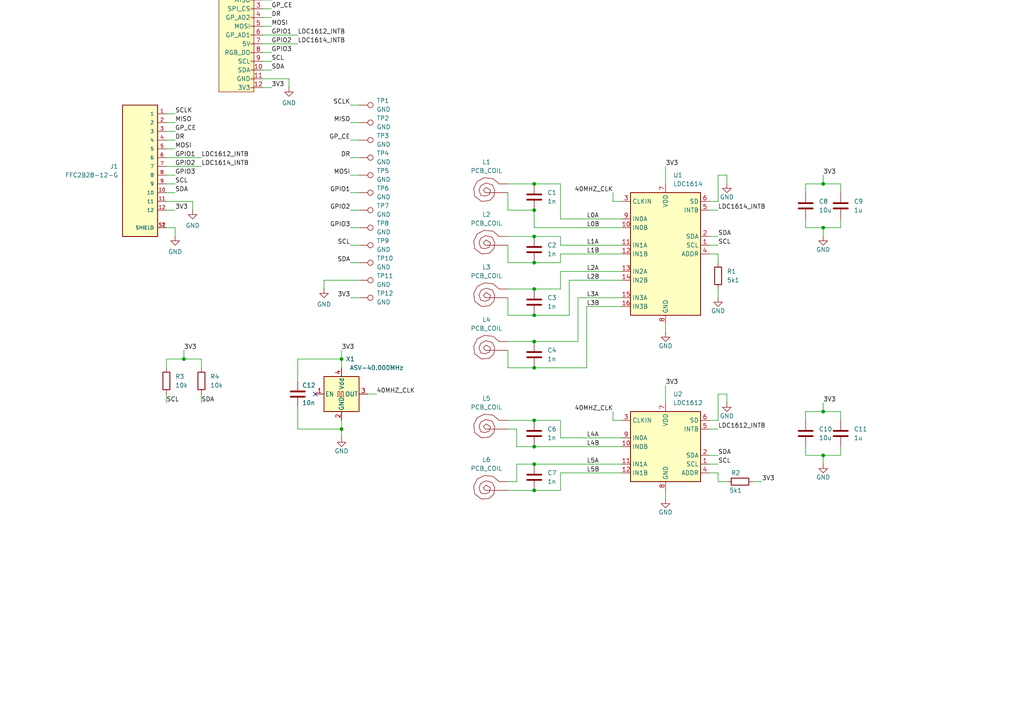
<source format=kicad_sch>
(kicad_sch (version 20231120) (generator "eeschema") (generator_version "8.0")
  (paper "A4")
  (title_block (title "PMK_SpaceMouse") (date "2024-06-15") (rev "00") (company "PumaCorp"))
  (lib_symbols
    (symbol "Component_lib:C" (pin_numbers hide) (pin_names (offset 0.254))
      (property "Reference" "C" (at 0.635 -1.27 0))
      (property "Value" "C" (at 0.635 -6.35 0))
      (symbol "C_0_1"
        (polyline (pts (xy -2.032 -4.572) (xy 2.032 -4.572)) (stroke (width 0.508)))
        (polyline (pts (xy -2.032 -3.048) (xy 2.032 -3.048)) (stroke (width 0.508)))
      )
      (symbol "C_1_1"
        (pin passive line (at 0 0 270) (length 2.794) (name "~") (number "1"))
        (pin passive line (at 0 -7.62 90) (length 2.794) (name "~") (number "2"))
      )
    )
    (symbol "Component_lib:FFC2B28-12-G" (pin_names (offset 1.016))
      (property "Reference" "J" (at -5.08 18.542 0))
      (property "Value" "FFC2B28-12-G" (at -5.08 -22.86 0))
      (symbol "FFC2B28-12-G_0_0"
        (rectangle (start -5.08 -20.32) (end 5.08 17.78) (stroke (width 0.254)) (fill (type background)))
      )
      (symbol "FFC2B28-12-G_1_0"
        (pin passive line (at -7.62 15.24 0) (length 2.54) (name "1") (number "1"))
        (pin passive line (at -7.62 -7.62 0) (length 2.54) (name "10") (number "10"))
        (pin passive line (at -7.62 -10.16 0) (length 2.54) (name "11") (number "11"))
        (pin passive line (at -7.62 -12.7 0) (length 2.54) (name "12") (number "12"))
        (pin passive line (at -7.62 12.7 0) (length 2.54) (name "2") (number "2"))
        (pin passive line (at -7.62 10.16 0) (length 2.54) (name "3") (number "3"))
        (pin passive line (at -7.62 7.62 0) (length 2.54) (name "4") (number "4"))
        (pin passive line (at -7.62 5.08 0) (length 2.54) (name "5") (number "5"))
        (pin passive line (at -7.62 2.54 0) (length 2.54) (name "6") (number "6"))
        (pin passive line (at -7.62 0 0) (length 2.54) (name "7") (number "7"))
        (pin passive line (at -7.62 -2.54 0) (length 2.54) (name "8") (number "8"))
        (pin passive line (at -7.62 -5.08 0) (length 2.54) (name "9") (number "9"))
        (pin passive line (at -7.62 -17.78 0) (length 2.54) (name "SHIELD") (number "S1"))
        (pin passive line (at -7.62 -17.78 0) (length 2.54) (name "SHIELD") (number "S2"))
      )
    )
    (symbol "Component_lib:LDC1612"
      (property "Reference" "U" (at -8.89 11.43 0))
      (property "Value" "LDC1612" (at 6.35 11.43 0))
      (symbol "LDC1612_0_1"
        (rectangle (start -10.16 -10.16) (end 10.16 10.16) (stroke (width 0.254)) (fill (type background)))
      )
      (symbol "LDC1612_1_1"
        (pin input line (at 12.7 -5.08 180) (length 2.54) (name "SCL") (number "1"))
        (pin input line (at -12.7 0 0) (length 2.54) (name "IN0B") (number "10"))
        (pin input line (at -12.7 -5.08 0) (length 2.54) (name "IN1A") (number "11"))
        (pin input line (at -12.7 -7.62 0) (length 2.54) (name "IN1B") (number "12"))
        (pin passive line (at 0 -12.7 90) (length 2.54) hide (name "GND") (number "13"))
        (pin bidirectional line (at 12.7 -2.54 180) (length 2.54) (name "SDA") (number "2"))
        (pin input line (at -12.7 7.62 0) (length 2.54) (name "CLKIN") (number "3"))
        (pin input line (at 12.7 -7.62 180) (length 2.54) (name "ADDR") (number "4"))
        (pin open_collector line (at 12.7 5.08 180) (length 2.54) (name "INTB") (number "5"))
        (pin input line (at 12.7 7.62 180) (length 2.54) (name "SD") (number "6"))
        (pin power_in line (at 0 12.7 270) (length 2.54) (name "VDD") (number "7"))
        (pin power_in line (at 0 -12.7 90) (length 2.54) (name "GND") (number "8"))
        (pin input line (at -12.7 2.54 0) (length 2.54) (name "IN0A") (number "9"))
      )
    )
    (symbol "Component_lib:LDC1614"
      (property "Reference" "U" (at -8.89 19.05 0))
      (property "Value" "LDC1614" (at 6.35 19.05 0))
      (symbol "LDC1614_0_1"
        (rectangle (start -10.16 -17.78) (end 10.16 17.78) (stroke (width 0.254)) (fill (type background)))
      )
      (symbol "LDC1614_1_1"
        (pin input line (at 12.7 2.54 180) (length 2.54) (name "SCL") (number "1"))
        (pin input line (at -12.7 7.62 0) (length 2.54) (name "IN0B") (number "10"))
        (pin input line (at -12.7 2.54 0) (length 2.54) (name "IN1A") (number "11"))
        (pin input line (at -12.7 0 0) (length 2.54) (name "IN1B") (number "12"))
        (pin input line (at -12.7 -5.08 0) (length 2.54) (name "IN2A") (number "13"))
        (pin input line (at -12.7 -7.62 0) (length 2.54) (name "IN2B") (number "14"))
        (pin input line (at -12.7 -12.7 0) (length 2.54) (name "IN3A") (number "15"))
        (pin input line (at -12.7 -15.24 0) (length 2.54) (name "IN3B") (number "16"))
        (pin passive line (at 0 -20.32 90) (length 2.54) hide (name "GND") (number "17"))
        (pin bidirectional line (at 12.7 5.08 180) (length 2.54) (name "SDA") (number "2"))
        (pin input line (at -12.7 15.24 0) (length 2.54) (name "CLKIN") (number "3"))
        (pin input line (at 12.7 0 180) (length 2.54) (name "ADDR") (number "4"))
        (pin open_collector line (at 12.7 12.7 180) (length 2.54) (name "INTB") (number "5"))
        (pin input line (at 12.7 15.24 180) (length 2.54) (name "SD") (number "6"))
        (pin power_in line (at 0 20.32 270) (length 2.54) (name "VDD") (number "7"))
        (pin power_in line (at 0 -20.32 90) (length 2.54) (name "GND") (number "8"))
        (pin input line (at -12.7 10.16 0) (length 2.54) (name "IN0A") (number "9"))
      )
    )
    (symbol "Component_lib:PCB_COIL" (pin_numbers hide) (pin_names hide)
      (property "Reference" "L" (at -10.16 2.54 0))
      (property "Value" "PCB_COIL" (at -6.35 -6.35 0))
      (symbol "PCB_COIL_0_1"
        (polyline (pts (xy -2.54 0) (xy -4.318 1.524) (xy -6.858 1.778) (xy -8.89 0.762) (xy -9.906 -1.27) (xy -9.652 -3.556) (xy -7.62 -5.08) (xy -5.334 -4.826) (xy -4.064 -3.556) (xy -3.81 -1.778) (xy -4.572 -0.254) (xy -6.35 0.254) (xy -7.874 -0.508) (xy -8.382 -1.778) (xy -7.874 -3.302) (xy -6.604 -3.556) (xy -5.334 -3.048) (xy -5.08 -1.778) (xy -6.35 -1.016) (xy -7.112 -1.778) (xy -6.604 -2.54) (xy -2.54 -2.54)))
      )
      (symbol "PCB_COIL_1_1"
        (pin input line (at 0 0 180) (length 2.54) (name "") (number "1"))
        (pin input line (at 0 -2.54 180) (length 2.54) (name "") (number "2"))
      )
    )
    (symbol "Component_lib:R" (pin_numbers hide) (pin_names (offset 0))
      (property "Reference" "R" (at 2.032 -3.81 90))
      (property "Value" "R" (at 0 -3.81 90))
      (symbol "R_0_1"
        (rectangle (start -1.016 -6.35) (end 1.016 -1.27) (stroke (width 0.254)))
      )
      (symbol "R_1_1"
        (pin passive line (at 0 0 270) (length 1.27) (name "~") (number "1"))
        (pin passive line (at 0 -7.62 90) (length 1.27) (name "~") (number "2"))
      )
    )
    (symbol "Connector:TestPoint" (pin_numbers hide) (pin_names (offset 0.762) hide)
      (property "Reference" "TP" (at 0 6.858 0))
      (property "Value" "TestPoint" (at 0 5.08 0))
      (symbol "TestPoint_0_1"
        (circle (center 0 3.302) (radius 0.762))
      )
      (symbol "TestPoint_1_1"
        (pin passive line (at 0 0 90) (length 2.54) (name "1") (number "1"))
      )
    )
    (symbol "Device:C" (pin_numbers hide) (pin_names (offset 0.254))
      (property "Reference" "C" (at 0.635 2.54 0))
      (property "Value" "C" (at 0.635 -2.54 0))
      (symbol "C_0_1"
        (polyline (pts (xy -2.032 -0.762) (xy 2.032 -0.762)) (stroke (width 0.508)))
        (polyline (pts (xy -2.032 0.762) (xy 2.032 0.762)) (stroke (width 0.508)))
      )
      (symbol "C_1_1"
        (pin passive line (at 0 3.81 270) (length 2.794) (name "~") (number "1"))
        (pin passive line (at 0 -3.81 90) (length 2.794) (name "~") (number "2"))
      )
    )
    (symbol "Oscillator:ASV-xxxMHz" (pin_names (offset 0.254))
      (property "Reference" "X" (at -5.08 6.35 0))
      (property "Value" "ASV-xxxMHz" (at 1.27 -6.35 0))
      (symbol "ASV-xxxMHz_0_1"
        (rectangle (start -5.08 5.08) (end 5.08 -5.08) (stroke (width 0.254)) (fill (type background)))
        (polyline (pts (xy -1.27 -0.762) (xy -1.016 -0.762) (xy -1.016 0.762) (xy -0.508 0.762) (xy -0.508 -0.762) (xy 0 -0.762) (xy 0 0.762) (xy 0.508 0.762) (xy 0.508 -0.762) (xy 0.762 -0.762)))
      )
      (symbol "ASV-xxxMHz_1_1"
        (pin input line (at -7.62 0 0) (length 2.54) (name "EN") (number "1"))
        (pin power_in line (at 0 -7.62 90) (length 2.54) (name "GND") (number "2"))
        (pin output line (at 7.62 0 180) (length 2.54) (name "OUT") (number "3"))
        (pin power_in line (at 0 7.62 270) (length 2.54) (name "Vdd") (number "4"))
      )
    )
    (symbol "power:GND" (power) (pin_numbers hide) (pin_names (offset 0) hide)
      (property "Value" "GND" (at 0 -3.81 0))
      (symbol "GND_0_1"
        (polyline (pts (xy 0 0) (xy 0 -1.27) (xy 1.27 -1.27) (xy 0 -2.54) (xy -1.27 -1.27) (xy 0 -1.27)))
      )
      (symbol "GND_1_1"
        (pin power_in line (at 0 0 270) (length 0) (name "~") (number "1"))
      )
    )
    (symbol "vik:vik-module-connector" (pin_names (offset 1))
      (property "Reference" "J" (at 0 15.875 0))
      (symbol "vik-module-connector_1_1"
        (rectangle (start -5.08 13.97) (end 5.08 -16.51) (fill (type background)))
        (rectangle (start -5.0546 -15.113) (end -4.191 -15.367) (stroke (width 0.1)))
        (rectangle (start -5.0546 -12.573) (end -4.191 -12.827) (stroke (width 0.1)))
        (rectangle (start -5.0546 -10.033) (end -4.191 -10.287) (stroke (width 0.1)))
        (rectangle (start -5.0546 -7.493) (end -4.191 -7.747) (stroke (width 0.1)))
        (rectangle (start -5.0546 -4.953) (end -4.191 -5.207) (stroke (width 0.1)))
        (rectangle (start -5.0546 -2.413) (end -4.191 -2.667) (stroke (width 0.1)))
        (rectangle (start -5.0546 0.127) (end -4.191 -0.127) (stroke (width 0.1)))
        (rectangle (start -5.0546 2.667) (end -4.191 2.413) (stroke (width 0.1)))
        (rectangle (start -5.0546 5.207) (end -4.191 4.953) (stroke (width 0.1)))
        (rectangle (start -5.0546 7.747) (end -4.191 7.493) (stroke (width 0.1)))
        (rectangle (start -5.0546 10.287) (end -4.191 10.033) (stroke (width 0.1)))
        (rectangle (start -5.0546 12.827) (end -4.191 12.573) (stroke (width 0.1)))
        (pin output line (at -7.62 12.7 0) (length 2.54) (name "SCLK") (number "1"))
        (pin bidirectional line (at -7.62 -10.16 0) (length 2.54) (name "SDA") (number "10"))
        (pin power_out line (at -7.62 -12.7 0) (length 2.54) (name "GND") (number "11"))
        (pin power_out line (at -7.62 -15.24 0) (length 2.54) (name "3V3") (number "12"))
        (pin tri_state line (at -7.62 10.16 0) (length 2.54) (name "MISO") (number "2"))
        (pin output line (at -7.62 7.62 0) (length 2.54) (name "SPI_CS") (number "3"))
        (pin bidirectional line (at -7.62 5.08 0) (length 2.54) (name "GP_AD2") (number "4"))
        (pin output line (at -7.62 2.54 0) (length 2.54) (name "MOSI") (number "5"))
        (pin bidirectional line (at -7.62 0 0) (length 2.54) (name "GP_AD1") (number "6"))
        (pin power_out line (at -7.62 -2.54 0) (length 2.54) (name "5V") (number "7"))
        (pin output line (at -7.62 -5.08 0) (length 2.54) (name "RGB_DO") (number "8"))
        (pin bidirectional line (at -7.62 -7.62 0) (length 2.54) (name "SCL") (number "9"))
      )
    )
  )
  (junction (at 154.94 53.34))
  (junction (at 154.94 121.92))
  (junction (at 238.76 66.04))
  (junction (at 154.94 60.96))
  (junction (at 99.06 124.46))
  (junction (at 238.76 53.34))
  (junction (at 154.94 129.54))
  (junction (at 238.76 132.08))
  (junction (at 154.94 134.62))
  (junction (at 154.94 91.44))
  (junction (at 154.94 106.68))
  (junction (at 238.76 119.38))
  (junction (at 154.94 76.2))
  (junction (at 154.94 142.24))
  (junction (at 99.06 104.14))
  (junction (at 154.94 83.82))
  (junction (at 53.34 104.14))
  (junction (at 154.94 99.06))
  (junction (at 154.94 68.58))
  (no_connect (at 91.44 114.3))
  (wire (pts (xy 48.26 48.26) (xy 58.42 48.26)))
  (wire (pts (xy 149.86 124.46) (xy 147.32 124.46)))
  (wire (pts (xy 149.86 134.62) (xy 154.94 134.62)))
  (wire (pts (xy 162.56 121.92) (xy 154.94 121.92)))
  (wire (pts (xy 177.8 55.88) (xy 177.8 58.42)))
  (wire (pts (xy 233.68 119.38) (xy 238.76 119.38)))
  (wire (pts (xy 147.32 60.96) (xy 154.94 60.96)))
  (wire (pts (xy 243.84 129.54) (xy 243.84 132.08)))
  (wire (pts (xy 170.18 88.9) (xy 180.34 88.9)))
  (wire (pts (xy 101.6 71.12) (xy 104.14 71.12)))
  (wire (pts (xy 101.6 60.96) (xy 104.14 60.96)))
  (wire (pts (xy 76.2 17.78) (xy 78.74 17.78)))
  (wire (pts (xy 238.76 116.84) (xy 238.76 119.38)))
  (wire (pts (xy 162.56 137.16) (xy 162.56 142.24)))
  (wire (pts (xy 238.76 132.08) (xy 238.76 134.62)))
  (wire (pts (xy 193.04 142.24) (xy 193.04 144.78)))
  (wire (pts (xy 233.68 55.88) (xy 233.68 53.34)))
  (wire (pts (xy 205.74 60.96) (xy 208.28 60.96)))
  (wire (pts (xy 147.32 76.2) (xy 154.94 76.2)))
  (wire (pts (xy 233.68 53.34) (xy 238.76 53.34)))
  (wire (pts (xy 48.26 104.14) (xy 53.34 104.14)))
  (wire (pts (xy 218.44 139.7) (xy 220.98 139.7)))
  (wire (pts (xy 76.2 20.32) (xy 78.74 20.32)))
  (wire (pts (xy 208.28 139.7) (xy 208.28 137.16)))
  (wire (pts (xy 205.74 134.62) (xy 208.28 134.62)))
  (wire (pts (xy 210.82 50.8) (xy 210.82 53.34)))
  (wire (pts (xy 58.42 104.14) (xy 58.42 106.68)))
  (wire (pts (xy 76.2 2.54) (xy 78.74 2.54)))
  (wire (pts (xy 147.32 71.12) (xy 147.32 76.2)))
  (wire (pts (xy 154.94 53.34) (xy 147.32 53.34)))
  (wire (pts (xy 243.84 66.04) (xy 243.84 63.5)))
  (wire (pts (xy 243.84 53.34) (xy 243.84 55.88)))
  (wire (pts (xy 205.74 132.08) (xy 208.28 132.08)))
  (wire (pts (xy 205.74 121.92) (xy 208.28 121.92)))
  (wire (pts (xy 193.04 93.98) (xy 193.04 96.52)))
  (wire (pts (xy 233.68 63.5) (xy 233.68 66.04)))
  (wire (pts (xy 233.68 121.92) (xy 233.68 119.38)))
  (wire (pts (xy 93.98 81.28) (xy 104.14 81.28)))
  (wire (pts (xy 243.84 119.38) (xy 243.84 121.92)))
  (wire (pts (xy 76.2 5.08) (xy 78.74 5.08)))
  (wire (pts (xy 170.18 106.68) (xy 154.94 106.68)))
  (wire (pts (xy 238.76 66.04) (xy 243.84 66.04)))
  (wire (pts (xy 101.6 66.04) (xy 104.14 66.04)))
  (wire (pts (xy 58.42 114.3) (xy 58.42 116.84)))
  (wire (pts (xy 76.2 -2.54) (xy 78.74 -2.54)))
  (wire (pts (xy 154.94 66.04) (xy 154.94 60.96)))
  (wire (pts (xy 162.56 68.58) (xy 162.56 71.12)))
  (wire (pts (xy 205.74 58.42) (xy 208.28 58.42)))
  (wire (pts (xy 50.8 40.64) (xy 48.26 40.64)))
  (wire (pts (xy 50.8 53.34) (xy 48.26 53.34)))
  (wire (pts (xy 205.74 68.58) (xy 208.28 68.58)))
  (wire (pts (xy 162.56 142.24) (xy 154.94 142.24)))
  (wire (pts (xy 162.56 71.12) (xy 180.34 71.12)))
  (wire (pts (xy 162.56 127) (xy 162.56 121.92)))
  (wire (pts (xy 238.76 53.34) (xy 243.84 53.34)))
  (wire (pts (xy 193.04 111.76) (xy 193.04 116.84)))
  (wire (pts (xy 48.26 106.68) (xy 48.26 104.14)))
  (wire (pts (xy 93.98 81.28) (xy 93.98 83.82)))
  (wire (pts (xy 238.76 119.38) (xy 243.84 119.38)))
  (wire (pts (xy 99.06 104.14) (xy 99.06 106.68)))
  (wire (pts (xy 238.76 66.04) (xy 238.76 68.58)))
  (wire (pts (xy 208.28 137.16) (xy 205.74 137.16)))
  (wire (pts (xy 76.2 7.62) (xy 78.74 7.62)))
  (wire (pts (xy 165.1 81.28) (xy 165.1 91.44)))
  (wire (pts (xy 147.32 68.58) (xy 154.94 68.58)))
  (wire (pts (xy 162.56 63.5) (xy 180.34 63.5)))
  (wire (pts (xy 205.74 71.12) (xy 208.28 71.12)))
  (wire (pts (xy 50.8 33.02) (xy 48.26 33.02)))
  (wire (pts (xy 101.6 50.8) (xy 104.14 50.8)))
  (wire (pts (xy 208.28 139.7) (xy 210.82 139.7)))
  (wire (pts (xy 147.32 101.6) (xy 147.32 106.68)))
  (wire (pts (xy 83.82 22.86) (xy 76.2 22.86)))
  (wire (pts (xy 162.56 73.66) (xy 180.34 73.66)))
  (wire (pts (xy 177.8 119.38) (xy 177.8 121.92)))
  (wire (pts (xy 147.32 55.88) (xy 147.32 60.96)))
  (wire (pts (xy 99.06 121.92) (xy 99.06 124.46)))
  (wire (pts (xy 76.2 10.16) (xy 86.36 10.16)))
  (wire (pts (xy 86.36 124.46) (xy 99.06 124.46)))
  (wire (pts (xy 99.06 101.6) (xy 99.06 104.14)))
  (wire (pts (xy 147.32 139.7) (xy 149.86 139.7)))
  (wire (pts (xy 154.94 83.82) (xy 162.56 83.82)))
  (wire (pts (xy 48.26 114.3) (xy 48.26 116.84)))
  (wire (pts (xy 180.34 137.16) (xy 162.56 137.16)))
  (wire (pts (xy 50.8 35.56) (xy 48.26 35.56)))
  (wire (pts (xy 76.2 0) (xy 78.74 0)))
  (wire (pts (xy 86.36 110.49) (xy 86.36 104.14)))
  (wire (pts (xy 154.94 121.92) (xy 147.32 121.92)))
  (wire (pts (xy 162.56 53.34) (xy 154.94 53.34)))
  (wire (pts (xy 193.04 48.26) (xy 193.04 53.34)))
  (wire (pts (xy 154.94 91.44) (xy 147.32 91.44)))
  (wire (pts (xy 233.68 129.54) (xy 233.68 132.08)))
  (wire (pts (xy 76.2 15.24) (xy 78.74 15.24)))
  (wire (pts (xy 99.06 124.46) (xy 99.06 127)))
  (wire (pts (xy 162.56 83.82) (xy 162.56 78.74)))
  (wire (pts (xy 162.56 76.2) (xy 162.56 73.66)))
  (wire (pts (xy 147.32 83.82) (xy 154.94 83.82)))
  (wire (pts (xy 48.26 66.04) (xy 50.8 66.04)))
  (wire (pts (xy 147.32 91.44) (xy 147.32 86.36)))
  (wire (pts (xy 53.34 104.14) (xy 58.42 104.14)))
  (wire (pts (xy 101.6 45.72) (xy 104.14 45.72)))
  (wire (pts (xy 208.28 50.8) (xy 210.82 50.8)))
  (wire (pts (xy 83.82 22.86) (xy 83.82 25.4)))
  (wire (pts (xy 208.28 114.3) (xy 210.82 114.3)))
  (wire (pts (xy 101.6 35.56) (xy 104.14 35.56)))
  (wire (pts (xy 86.36 104.14) (xy 99.06 104.14)))
  (wire (pts (xy 154.94 99.06) (xy 167.64 99.06)))
  (wire (pts (xy 154.94 134.62) (xy 180.34 134.62)))
  (wire (pts (xy 101.6 55.88) (xy 104.14 55.88)))
  (wire (pts (xy 55.88 58.42) (xy 55.88 60.96)))
  (wire (pts (xy 167.64 99.06) (xy 167.64 86.36)))
  (wire (pts (xy 238.76 50.8) (xy 238.76 53.34)))
  (wire (pts (xy 165.1 91.44) (xy 154.94 91.44)))
  (wire (pts (xy 147.32 106.68) (xy 154.94 106.68)))
  (wire (pts (xy 208.28 73.66) (xy 208.28 76.2)))
  (wire (pts (xy 149.86 124.46) (xy 149.86 129.54)))
  (wire (pts (xy 101.6 30.48) (xy 104.14 30.48)))
  (wire (pts (xy 205.74 73.66) (xy 208.28 73.66)))
  (wire (pts (xy 101.6 40.64) (xy 104.14 40.64)))
  (wire (pts (xy 149.86 139.7) (xy 149.86 134.62)))
  (wire (pts (xy 76.2 12.7) (xy 86.36 12.7)))
  (wire (pts (xy 210.82 114.3) (xy 210.82 116.84)))
  (wire (pts (xy 101.6 86.36) (xy 104.14 86.36)))
  (wire (pts (xy 162.56 78.74) (xy 180.34 78.74)))
  (wire (pts (xy 167.64 86.36) (xy 180.34 86.36)))
  (wire (pts (xy 177.8 121.92) (xy 180.34 121.92)))
  (wire (pts (xy 147.32 142.24) (xy 154.94 142.24)))
  (wire (pts (xy 86.36 118.11) (xy 86.36 124.46)))
  (wire (pts (xy 208.28 83.82) (xy 208.28 86.36)))
  (wire (pts (xy 233.68 132.08) (xy 238.76 132.08)))
  (wire (pts (xy 149.86 129.54) (xy 154.94 129.54)))
  (wire (pts (xy 154.94 76.2) (xy 162.56 76.2)))
  (wire (pts (xy 233.68 66.04) (xy 238.76 66.04)))
  (wire (pts (xy 162.56 63.5) (xy 162.56 53.34)))
  (wire (pts (xy 170.18 88.9) (xy 170.18 106.68)))
  (wire (pts (xy 50.8 38.1) (xy 48.26 38.1)))
  (wire (pts (xy 50.8 60.96) (xy 48.26 60.96)))
  (wire (pts (xy 147.32 99.06) (xy 154.94 99.06)))
  (wire (pts (xy 208.28 58.42) (xy 208.28 50.8)))
  (wire (pts (xy 165.1 81.28) (xy 180.34 81.28)))
  (wire (pts (xy 205.74 124.46) (xy 208.28 124.46)))
  (wire (pts (xy 177.8 58.42) (xy 180.34 58.42)))
  (wire (pts (xy 243.84 132.08) (xy 238.76 132.08)))
  (wire (pts (xy 101.6 76.2) (xy 104.14 76.2)))
  (wire (pts (xy 53.34 101.6) (xy 53.34 104.14)))
  (wire (pts (xy 50.8 43.18) (xy 48.26 43.18)))
  (wire (pts (xy 76.2 25.4) (xy 78.74 25.4)))
  (wire (pts (xy 50.8 66.04) (xy 50.8 68.58)))
  (wire (pts (xy 180.34 127) (xy 162.56 127)))
  (wire (pts (xy 55.88 58.42) (xy 48.26 58.42)))
  (wire (pts (xy 48.26 45.72) (xy 58.42 45.72)))
  (wire (pts (xy 208.28 121.92) (xy 208.28 114.3)))
  (wire (pts (xy 154.94 68.58) (xy 162.56 68.58)))
  (wire (pts (xy 154.94 66.04) (xy 180.34 66.04)))
  (wire (pts (xy 50.8 55.88) (xy 48.26 55.88)))
  (wire (pts (xy 154.94 129.54) (xy 180.34 129.54)))
  (wire (pts (xy 50.8 50.8) (xy 48.26 50.8)))
  (wire (pts (xy 106.68 114.3) (xy 109.22 114.3)))
  (label "GPIO2" (at 78.74 12.7 0))
  (label "MOSI" (at 78.74 7.62 0))
  (label "GPIO3" (at 101.6 66.04 180))
  (label "SDA" (at 101.6 76.2 180))
  (label "SCL" (at 50.8 53.34 0))
  (label "L2A" (at 170.18 78.74 0))
  (label "MISO" (at 50.8 35.56 0))
  (label "DR" (at 101.6 45.72 180))
  (label "L0A" (at 170.18 63.5 0))
  (label "GPIO3" (at 50.8 50.8 0))
  (label "GP_CE" (at 50.8 38.1 0))
  (label "SCL" (at 208.28 134.62 0))
  (label "L5B" (at 170.18 137.16 0))
  (label "3V3" (at 193.04 111.76 0))
  (label "40MHZ_CLK" (at 177.8 55.88 180))
  (label "3V3" (at 193.04 48.26 0))
  (label "3V3" (at 78.74 25.4 0))
  (label "3V3" (at 238.76 50.8 0))
  (label "GP_CE" (at 78.74 2.54 0))
  (label "40MHZ_CLK" (at 177.8 119.38 180))
  (label "L4A" (at 170.18 127 0))
  (label "MOSI" (at 101.6 50.8 180))
  (label "L2B" (at 170.18 81.28 0))
  (label "SDA" (at 50.8 55.88 0))
  (label "MOSI" (at 50.8 43.18 0))
  (label "LDC1614_INTB" (at 86.36 12.7 0))
  (label "40MHZ_CLK" (at 109.22 114.3 0))
  (label "SDA" (at 78.74 20.32 0))
  (label "L1B" (at 170.18 73.66 0))
  (label "SDA" (at 208.28 68.58 0))
  (label "L5A" (at 170.18 134.62 0))
  (label "L0B" (at 170.18 66.04 0))
  (label "GPIO3" (at 78.74 15.24 0))
  (label "GPIO2" (at 101.6 60.96 180))
  (label "L3B" (at 170.18 88.9 0))
  (label "SCL" (at 78.74 17.78 0))
  (label "3V3" (at 101.6 86.36 180))
  (label "3V3" (at 220.98 139.7 0))
  (label "SCLK" (at 78.74 -2.54 0))
  (label "SDA" (at 58.42 116.84 0))
  (label "SCLK" (at 101.6 30.48 180))
  (label "GP_CE" (at 101.6 40.64 180))
  (label "3V3" (at 238.76 116.84 0))
  (label "SCL" (at 48.26 116.84 0))
  (label "MISO" (at 78.74 0 0))
  (label "LDC1612_INTB" (at 86.36 10.16 0))
  (label "3V3" (at 99.06 101.6 0))
  (label "SCLK" (at 50.8 33.02 0))
  (label "L1A" (at 170.18 71.12 0))
  (label "LDC1614_INTB" (at 208.28 60.96 0))
  (label "GPIO2" (at 50.8 48.26 0))
  (label "MISO" (at 101.6 35.56 180))
  (label "DR" (at 78.74 5.08 0))
  (label "DR" (at 50.8 40.64 0))
  (label "GPIO1" (at 101.6 55.88 180))
  (label "SCL" (at 101.6 71.12 180))
  (label "LDC1612_INTB" (at 58.42 45.72 0))
  (label "GPIO1" (at 50.8 45.72 0))
  (label "LDC1612_INTB" (at 208.28 124.46 0))
  (label "SDA" (at 208.28 132.08 0))
  (label "SCL" (at 208.28 71.12 0))
  (label "3V3" (at 53.34 101.6 0))
  (label "L3A" (at 170.18 86.36 0))
  (label "3V3" (at 50.8 60.96 0))
  (label "GPIO1" (at 78.74 10.16 0))
  (label "L4B" (at 170.18 129.54 0))
  (label "LDC1614_INTB" (at 58.42 48.26 0))
  (symbol (lib_id "Connector:TestPoint") (at 104.14 30.48 270) (unit 1)
    (property "Reference" "TP1" (at 109.22 29.2099 90) (effects (justify left)))
    (property "Value" "GND" (at 109.22 31.7499 90) (effects (justify left)))
    (property "Footprint" "TestPoint:TestPoint_Pad_D1.5mm" (effects (hide yes)))
  )
  (symbol (lib_id "power:GND") (at 210.82 53.34 0) (mirror y) (unit 1)
    (property "Reference" "#PWR016" (effects (hide yes)))
    (property "Value" "GND" (at 210.82 57.15 0))
    (property "Description" "Power symbol creates a global label with name \"GND\" , ground" (effects (hide yes)))
  )
  (symbol (lib_id "vik:vik-module-connector") (at 68.58 10.16 0) (mirror y) (unit 1)
    (property "Reference" "J2" (at 68.5923 -6.35 0))
    (property "Value" "vik-module-connector" (effects (hide yes)))
    (property "Footprint" "vik:vik-module-connector-horizontal" (effects (hide yes)))
  )
  (symbol (lib_id "power:GND") (at 83.82 25.4 0) (mirror y) (unit 1)
    (property "Reference" "#PWR03" (effects (hide yes)))
    (property "Value" "GND" (at 83.82 29.8434 0))
  )
  (symbol (lib_id "Component_lib:R") (at 58.42 114.3 180) (unit 1)
    (property "Reference" "R4" (at 60.96 109.2199 0) (effects (justify right)))
    (property "Value" "10k" (at 60.96 111.7599 0) (effects (justify right)))
    (property "Footprint" "Resistor_SMD:R_0402_1005Metric" (effects (hide yes)))
    (property "Description" "Resistor" (effects (hide yes)))
  )
  (symbol (lib_id "power:GND") (at 193.04 144.78 0) (unit 1)
    (property "Reference" "#PWR010" (effects (hide yes)))
    (property "Value" "GND" (at 193.04 148.59 0))
    (property "Description" "Power symbol creates a global label with name \"GND\" , ground" (effects (hide yes)))
  )
  (symbol (lib_id "Component_lib:FFC2B28-12-G") (at 40.64 48.26 0) (mirror y) (unit 1)
    (property "Reference" "J1" (at 34.29 48.2599 0) (effects (justify left)))
    (property "Value" "FFC2B28-12-G" (at 34.29 50.7999 0) (effects (justify left)))
    (property "Footprint" "Component_lib:GCT_FFC2B28-12-G" (effects (hide yes)))
    (property "DigiKey_Part_Number" "2073-FFC2B28-12-GTR-ND" (effects (hide yes)))
    (property "MF" "Global Connector Technology" (effects (hide yes)))
    (property "MAXIMUM_PACKAGE_HEIGHT" "1.75mm" (effects (hide yes)))
    (property "Package" "None" (effects (hide yes)))
    (property "Check_prices" "https://www.snapeda.com/parts/FFC2B28-12-G/Global+Connector+Technology/view-part/?ref=eda" (effects (hide yes)))
    (property "STANDARD" "Manufacturer Recommendations" (effects (hide yes)))
    (property "PARTREV" "A" (effects (hide yes)))
    (property "SnapEDA_Link" "https://www.snapeda.com/parts/FFC2B28-12-G/Global+Connector+Technology/view-part/?ref=snap" (effects (hide yes)))
    (property "MP" "FFC2B28-12-G" (effects (hide yes)))
    (property "Purchase-URL" "https://www.snapeda.com/api/url_track_click_mouser/?unipart_id=4223061&manufacturer=Global Connector Technology&part_name=FFC2B28-12-G&search_term=ffc2b28-12-g" (effects (hide yes)))
    (property "Description_1" "\n12 Position FFC, FPC Connector Contacts, Top and Bottom 0.020 (0.50mm) Surface Mount, Right Angle\n" (effects (hide yes)))
    (property "MANUFACTURER" "GCT" (effects (hide yes)))
  )
  (symbol (lib_id "Component_lib:C") (at 154.94 83.82 0) (unit 1)
    (property "Reference" "C3" (at 158.75 86.3599 0) (effects (justify left)))
    (property "Value" "1n" (at 158.75 88.8999 0) (effects (justify left)))
    (property "Footprint" "Capacitor_SMD:C_0402_1005Metric" (effects (hide yes)))
    (property "Description" "Unpolarized capacitor" (effects (hide yes)))
  )
  (symbol (lib_id "Component_lib:C") (at 243.84 55.88 0) (unit 1)
    (property "Reference" "C9" (at 247.65 58.4199 0) (effects (justify left)))
    (property "Value" "1u" (at 247.65 60.9599 0) (effects (justify left)))
    (property "Footprint" "Capacitor_SMD:C_0402_1005Metric" (effects (hide yes)))
    (property "Description" "Unpolarized capacitor" (effects (hide yes)))
  )
  (symbol (lib_id "Component_lib:PCB_COIL") (at 147.32 121.92 0) (unit 1)
    (property "Reference" "L5" (at 141.097 115.57 0))
    (property "Value" "PCB_COIL" (at 141.097 118.11 0))
    (property "Footprint" "Component_lib:COIL_PCB" (effects (hide yes)))
  )
  (symbol (lib_id "Oscillator:ASV-xxxMHz") (at 99.06 114.3 0) (unit 1)
    (property "Reference" "X1" (at 101.6 104.14 0))
    (property "Value" "ASV-40.000MHz" (at 109.22 106.68 0))
    (property "Footprint" "Oscillator:Oscillator_SMD_Abracon_ASV-4Pin_7.0x5.1mm" (effects (hide yes)))
    (property "Datasheet" "http://www.abracon.com/Oscillators/ASV.pdf" (effects (hide yes)))
    (property "Description" "3.3V HCMOS SMD Crystal Clock Oscillator, Abracon" (effects (hide yes)))
  )
  (symbol (lib_id "Component_lib:C") (at 154.94 53.34 0) (unit 1)
    (property "Reference" "C1" (at 158.75 55.8799 0) (effects (justify left)))
    (property "Value" "1n" (at 158.75 58.4199 0) (effects (justify left)))
    (property "Footprint" "Capacitor_SMD:C_0402_1005Metric" (effects (hide yes)))
    (property "Description" "Unpolarized capacitor" (effects (hide yes)))
  )
  (symbol (lib_id "Connector:TestPoint") (at 104.14 50.8 270) (unit 1)
    (property "Reference" "TP5" (at 109.22 49.5299 90) (effects (justify left)))
    (property "Value" "GND" (at 109.22 52.0699 90) (effects (justify left)))
    (property "Footprint" "TestPoint:TestPoint_Pad_D1.5mm" (effects (hide yes)))
  )
  (symbol (lib_id "Connector:TestPoint") (at 104.14 81.28 270) (unit 1)
    (property "Reference" "TP11" (at 109.22 80.0099 90) (effects (justify left)))
    (property "Value" "GND" (at 109.22 82.5499 90) (effects (justify left)))
    (property "Footprint" "TestPoint:TestPoint_Pad_D1.5mm" (effects (hide yes)))
  )
  (symbol (lib_id "Connector:TestPoint") (at 104.14 66.04 270) (unit 1)
    (property "Reference" "TP8" (at 109.22 64.7699 90) (effects (justify left)))
    (property "Value" "GND" (at 109.22 67.3099 90) (effects (justify left)))
    (property "Footprint" "TestPoint:TestPoint_Pad_D1.5mm" (effects (hide yes)))
  )
  (symbol (lib_id "Component_lib:C") (at 154.94 68.58 0) (unit 1)
    (property "Reference" "C2" (at 158.75 71.1199 0) (effects (justify left)))
    (property "Value" "1n" (at 158.75 73.6599 0) (effects (justify left)))
    (property "Footprint" "Capacitor_SMD:C_0402_1005Metric" (effects (hide yes)))
    (property "Description" "Unpolarized capacitor" (effects (hide yes)))
  )
  (symbol (lib_id "Connector:TestPoint") (at 104.14 71.12 270) (unit 1)
    (property "Reference" "TP9" (at 109.22 69.8499 90) (effects (justify left)))
    (property "Value" "GND" (at 109.22 72.3899 90) (effects (justify left)))
    (property "Footprint" "TestPoint:TestPoint_Pad_D1.5mm" (effects (hide yes)))
  )
  (symbol (lib_id "Connector:TestPoint") (at 104.14 35.56 270) (unit 1)
    (property "Reference" "TP2" (at 109.22 34.2899 90) (effects (justify left)))
    (property "Value" "GND" (at 109.22 36.8299 90) (effects (justify left)))
    (property "Footprint" "TestPoint:TestPoint_Pad_D1.5mm" (effects (hide yes)))
  )
  (symbol (lib_id "Component_lib:C") (at 154.94 121.92 0) (unit 1)
    (property "Reference" "C6" (at 158.75 124.4599 0) (effects (justify left)))
    (property "Value" "1n" (at 158.75 126.9999 0) (effects (justify left)))
    (property "Footprint" "Capacitor_SMD:C_0402_1005Metric" (effects (hide yes)))
    (property "Description" "Unpolarized capacitor" (effects (hide yes)))
  )
  (symbol (lib_id "Component_lib:R") (at 208.28 76.2 0) (unit 1)
    (property "Reference" "R1" (at 210.82 78.7399 0) (effects (justify left)))
    (property "Value" "5k1" (at 210.82 81.2799 0) (effects (justify left)))
    (property "Footprint" "Resistor_SMD:R_0402_1005Metric" (effects (hide yes)))
    (property "Description" "Resistor" (effects (hide yes)))
  )
  (symbol (lib_id "Connector:TestPoint") (at 104.14 45.72 270) (unit 1)
    (property "Reference" "TP4" (at 109.22 44.4499 90) (effects (justify left)))
    (property "Value" "GND" (at 109.22 46.9899 90) (effects (justify left)))
    (property "Footprint" "TestPoint:TestPoint_Pad_D1.5mm" (effects (hide yes)))
  )
  (symbol (lib_id "Component_lib:PCB_COIL") (at 147.32 68.58 0) (unit 1)
    (property "Reference" "L2" (at 141.097 62.23 0))
    (property "Value" "PCB_COIL" (at 141.097 64.77 0))
    (property "Footprint" "Component_lib:COIL_PCB" (effects (hide yes)))
  )
  (symbol (lib_id "Component_lib:LDC1614") (at 193.04 73.66 0) (unit 1)
    (property "Reference" "U1" (at 195.2341 50.8 0) (effects (justify left)))
    (property "Value" "LDC1614" (at 195.2341 53.34 0) (effects (justify left)))
    (property "Footprint" "Component_lib:WQFN-16-1EP_4x4mm_P0.5mm_EP2.6x2.6mm" (effects (hide yes)))
    (property "Datasheet" "http://www.ti.com/lit/ds/symlink/ldc1612.pdf" (effects (hide yes)))
    (property "Description" "Inductance to digital converter, 4-channel 28-bit, WQFN-16" (effects (hide yes)))
  )
  (symbol (lib_id "power:GND") (at 238.76 68.58 0) (unit 1)
    (property "Reference" "#PWR012" (effects (hide yes)))
    (property "Value" "GND" (at 238.76 72.39 0))
    (property "Description" "Power symbol creates a global label with name \"GND\" , ground" (effects (hide yes)))
  )
  (symbol (lib_id "Device:C") (at 86.36 114.3 0) (unit 1)
    (property "Reference" "C12" (at 87.63 111.76 0) (effects (justify left)))
    (property "Value" "10n" (at 87.63 116.84 0) (effects (justify left)))
    (property "Footprint" "Capacitor_SMD:C_0402_1005Metric" (effects (hide yes)))
    (property "Description" "Unpolarized capacitor" (effects (hide yes)))
  )
  (symbol (lib_id "Component_lib:C") (at 233.68 55.88 0) (unit 1)
    (property "Reference" "C8" (at 237.49 58.4199 0) (effects (justify left)))
    (property "Value" "10u" (at 237.49 60.9599 0) (effects (justify left)))
    (property "Footprint" "Capacitor_SMD:C_0402_1005Metric" (effects (hide yes)))
    (property "Description" "Unpolarized capacitor" (effects (hide yes)))
  )
  (symbol (lib_id "power:GND") (at 210.82 116.84 0) (mirror y) (unit 1)
    (property "Reference" "#PWR013" (effects (hide yes)))
    (property "Value" "GND" (at 210.82 120.65 0))
    (property "Description" "Power symbol creates a global label with name \"GND\" , ground" (effects (hide yes)))
  )
  (symbol (lib_id "Component_lib:C") (at 243.84 121.92 0) (unit 1)
    (property "Reference" "C11" (at 247.65 124.4599 0) (effects (justify left)))
    (property "Value" "1u" (at 247.65 126.9999 0) (effects (justify left)))
    (property "Footprint" "Capacitor_SMD:C_0402_1005Metric" (effects (hide yes)))
    (property "Description" "Unpolarized capacitor" (effects (hide yes)))
  )
  (symbol (lib_id "Component_lib:C") (at 154.94 99.06 0) (unit 1)
    (property "Reference" "C4" (at 158.75 101.5999 0) (effects (justify left)))
    (property "Value" "1n" (at 158.75 104.1399 0) (effects (justify left)))
    (property "Footprint" "Capacitor_SMD:C_0402_1005Metric" (effects (hide yes)))
    (property "Description" "Unpolarized capacitor" (effects (hide yes)))
  )
  (symbol (lib_id "Component_lib:R") (at 48.26 114.3 180) (unit 1)
    (property "Reference" "R3" (at 50.8 109.2199 0) (effects (justify right)))
    (property "Value" "10k" (at 50.8 111.7599 0) (effects (justify right)))
    (property "Footprint" "Resistor_SMD:R_0402_1005Metric" (effects (hide yes)))
    (property "Description" "Resistor" (effects (hide yes)))
  )
  (symbol (lib_id "Component_lib:PCB_COIL") (at 147.32 53.34 0) (unit 1)
    (property "Reference" "L1" (at 141.097 46.99 0))
    (property "Value" "PCB_COIL" (at 141.097 49.53 0))
    (property "Footprint" "Component_lib:COIL_PCB" (effects (hide yes)))
  )
  (symbol (lib_id "Connector:TestPoint") (at 104.14 55.88 270) (unit 1)
    (property "Reference" "TP6" (at 109.22 54.6099 90) (effects (justify left)))
    (property "Value" "GND" (at 109.22 57.1499 90) (effects (justify left)))
    (property "Footprint" "TestPoint:TestPoint_Pad_D1.5mm" (effects (hide yes)))
  )
  (symbol (lib_id "power:GND") (at 50.8 68.58 0) (mirror y) (unit 1)
    (property "Reference" "#PWR07" (effects (hide yes)))
    (property "Value" "GND" (at 50.8 73.0234 0))
  )
  (symbol (lib_id "Component_lib:C") (at 154.94 134.62 0) (unit 1)
    (property "Reference" "C7" (at 158.75 137.1599 0) (effects (justify left)))
    (property "Value" "1n" (at 158.75 139.6999 0) (effects (justify left)))
    (property "Footprint" "Capacitor_SMD:C_0402_1005Metric" (effects (hide yes)))
    (property "Description" "Unpolarized capacitor" (effects (hide yes)))
  )
  (symbol (lib_id "Component_lib:R") (at 210.82 139.7 90) (unit 1)
    (property "Reference" "R2" (at 213.36 137.16 90))
    (property "Value" "5k1" (at 213.36 142.24 90))
    (property "Footprint" "Resistor_SMD:R_0402_1005Metric" (effects (hide yes)))
    (property "Description" "Resistor" (effects (hide yes)))
  )
  (symbol (lib_id "Component_lib:PCB_COIL") (at 147.32 99.06 0) (unit 1)
    (property "Reference" "L4" (at 141.097 92.71 0))
    (property "Value" "PCB_COIL" (at 141.097 95.25 0))
    (property "Footprint" "Component_lib:COIL_PCB" (effects (hide yes)))
  )
  (symbol (lib_id "Component_lib:C") (at 233.68 121.92 0) (unit 1)
    (property "Reference" "C10" (at 237.49 124.4599 0) (effects (justify left)))
    (property "Value" "10u" (at 237.49 126.9999 0) (effects (justify left)))
    (property "Footprint" "Capacitor_SMD:C_0402_1005Metric" (effects (hide yes)))
    (property "Description" "Unpolarized capacitor" (effects (hide yes)))
  )
  (symbol (lib_id "Connector:TestPoint") (at 104.14 86.36 270) (unit 1)
    (property "Reference" "TP12" (at 109.22 85.0899 90) (effects (justify left)))
    (property "Value" "GND" (at 109.22 87.6299 90) (effects (justify left)))
    (property "Footprint" "TestPoint:TestPoint_Pad_D1.5mm" (effects (hide yes)))
  )
  (symbol (lib_id "power:GND") (at 238.76 134.62 0) (unit 1)
    (property "Reference" "#PWR06" (effects (hide yes)))
    (property "Value" "GND" (at 238.76 138.43 0))
    (property "Description" "Power symbol creates a global label with name \"GND\" , ground" (effects (hide yes)))
  )
  (symbol (lib_id "Connector:TestPoint") (at 104.14 40.64 270) (unit 1)
    (property "Reference" "TP3" (at 109.22 39.3699 90) (effects (justify left)))
    (property "Value" "GND" (at 109.22 41.9099 90) (effects (justify left)))
    (property "Footprint" "TestPoint:TestPoint_Pad_D1.5mm" (effects (hide yes)))
  )
  (symbol (lib_id "Connector:TestPoint") (at 104.14 76.2 270) (unit 1)
    (property "Reference" "TP10" (at 109.22 74.9299 90) (effects (justify left)))
    (property "Value" "GND" (at 109.22 77.4699 90) (effects (justify left)))
    (property "Footprint" "TestPoint:TestPoint_Pad_D1.5mm" (effects (hide yes)))
  )
  (symbol (lib_id "power:GND") (at 55.88 60.96 0) (mirror y) (unit 1)
    (property "Reference" "#PWR05" (effects (hide yes)))
    (property "Value" "GND" (at 55.88 65.4034 0))
  )
  (symbol (lib_id "power:GND") (at 99.06 127 0) (unit 1)
    (property "Reference" "#PWR04" (effects (hide yes)))
    (property "Value" "GND" (at 99.06 130.81 0))
    (property "Description" "Power symbol creates a global label with name \"GND\" , ground" (effects (hide yes)))
  )
  (symbol (lib_id "Connector:TestPoint") (at 104.14 60.96 270) (unit 1)
    (property "Reference" "TP7" (at 109.22 59.6899 90) (effects (justify left)))
    (property "Value" "GND" (at 109.22 62.2299 90) (effects (justify left)))
    (property "Footprint" "TestPoint:TestPoint_Pad_D1.5mm" (effects (hide yes)))
  )
  (symbol (lib_id "Component_lib:PCB_COIL") (at 147.32 139.7 0) (unit 1)
    (property "Reference" "L6" (at 141.097 133.35 0))
    (property "Value" "PCB_COIL" (at 141.097 135.89 0))
    (property "Footprint" "Component_lib:COIL_PCB" (effects (hide yes)))
  )
  (symbol (lib_id "Component_lib:LDC1612") (at 193.04 129.54 0) (unit 1)
    (property "Reference" "U2" (at 195.2341 114.3 0) (effects (justify left)))
    (property "Value" "LDC1612" (at 195.2341 116.84 0) (effects (justify left)))
    (property "Footprint" "Component_lib:WSON-12-1EP_4x4mm_P0.5mm_EP2.6x3mm" (effects (hide yes)))
    (property "Datasheet" "http://www.ti.com/lit/ds/symlink/ldc1612.pdf" (effects (hide yes)))
    (property "Description" "Inductance to digital converter, 2-channel 28-bit, WSON-12" (effects (hide yes)))
  )
  (symbol (lib_id "power:GND") (at 208.28 86.36 0) (unit 1)
    (property "Reference" "#PWR015" (effects (hide yes)))
    (property "Value" "GND" (at 208.28 90.17 0))
    (property "Description" "Power symbol creates a global label with name \"GND\" , ground" (effects (hide yes)))
  )
  (symbol (lib_id "Component_lib:PCB_COIL") (at 147.32 83.82 0) (unit 1)
    (property "Reference" "L3" (at 141.097 77.47 0))
    (property "Value" "PCB_COIL" (at 141.097 80.01 0))
    (property "Footprint" "Component_lib:COIL_PCB" (effects (hide yes)))
  )
  (symbol (lib_id "power:GND") (at 93.98 83.82 0) (mirror y) (unit 1)
    (property "Reference" "#PWR01" (effects (hide yes)))
    (property "Value" "GND" (at 93.98 88.2634 0))
  )
  (symbol (lib_id "power:GND") (at 193.04 96.52 0) (unit 1)
    (property "Reference" "#PWR02" (effects (hide yes)))
    (property "Value" "GND" (at 193.04 100.33 0))
    (property "Description" "Power symbol creates a global label with name \"GND\" , ground" (effects (hide yes)))
  )
)
</source>
